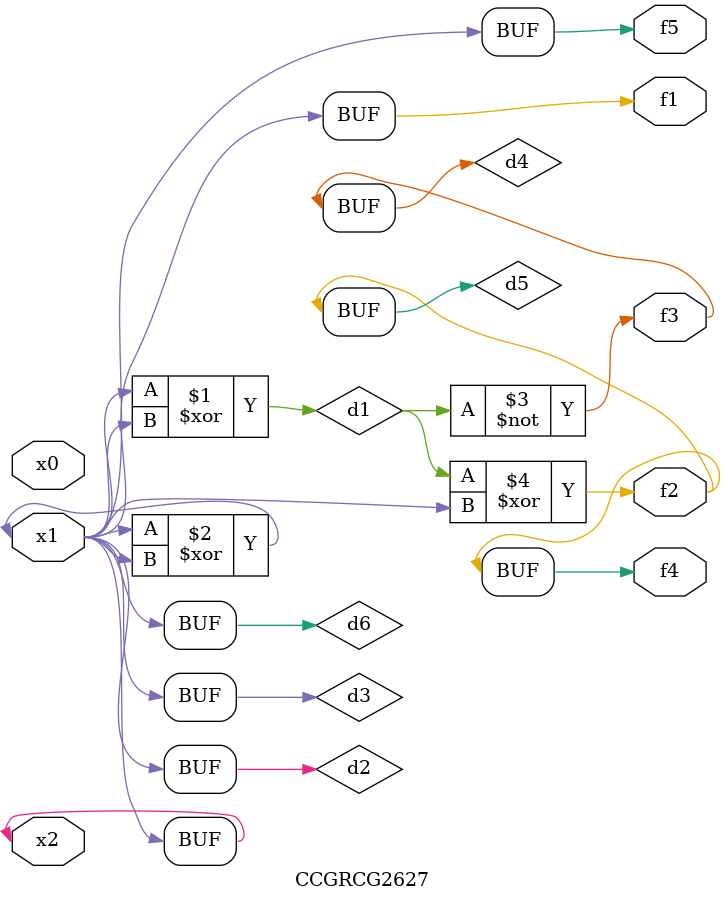
<source format=v>
module CCGRCG2627(
	input x0, x1, x2,
	output f1, f2, f3, f4, f5
);

	wire d1, d2, d3, d4, d5, d6;

	xor (d1, x1, x2);
	buf (d2, x1, x2);
	xor (d3, x1, x2);
	nor (d4, d1);
	xor (d5, d1, d2);
	buf (d6, d2, d3);
	assign f1 = d6;
	assign f2 = d5;
	assign f3 = d4;
	assign f4 = d5;
	assign f5 = d6;
endmodule

</source>
